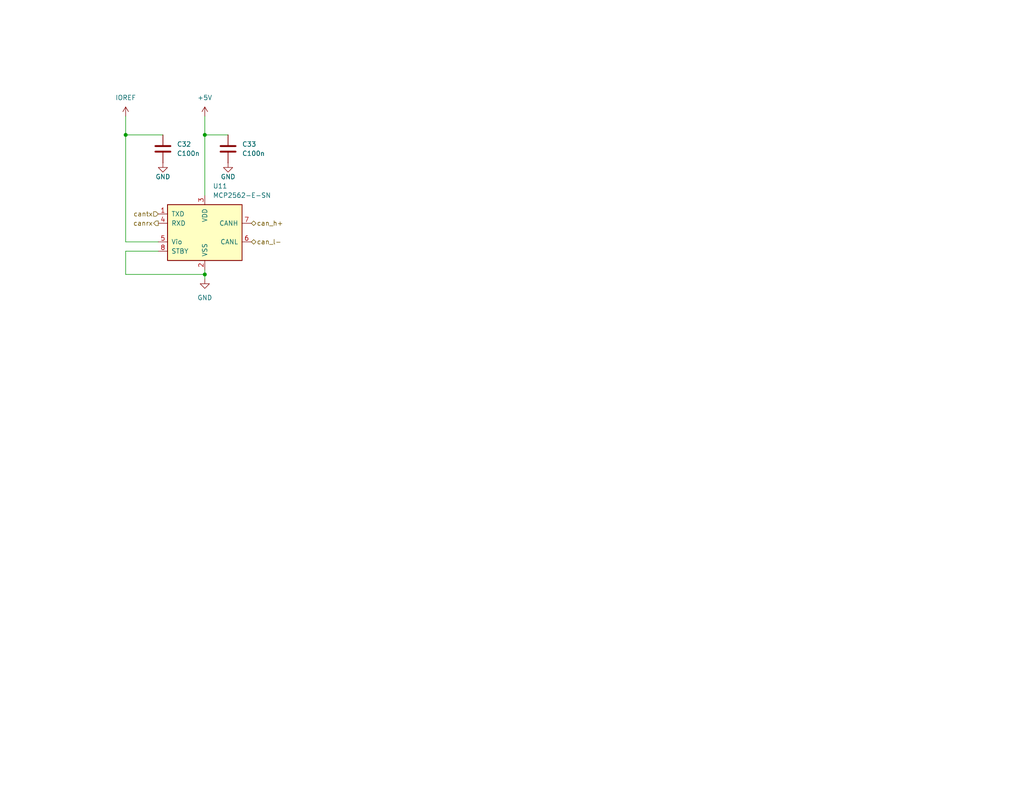
<source format=kicad_sch>
(kicad_sch (version 20231120) (generator "eeschema") (generator_version "8.0")
  (paper "USLetter")
  (title_block (title "Pico LCC Booster") (date "2025-01-28") (rev "1") (company "TMRC & Uncommon Models") (comment 1 "Noah Paladino") (comment 2 "This design is provided without warranty, safety, or performance guarantees"))
  (lib_symbols
    (symbol "Device:C" (pin_numbers hide) (pin_names (offset 0.254))
      (property "Reference" "C" (at 0.635 2.54 0))
      (property "Value" "C" (at 0.635 -2.54 0))
      (symbol "C_0_1"
        (polyline (pts (xy -2.032 -0.762) (xy 2.032 -0.762)) (stroke (width 0.508)))
        (polyline (pts (xy -2.032 0.762) (xy 2.032 0.762)) (stroke (width 0.508)))
      )
      (symbol "C_1_1"
        (pin passive line (at 0 3.81 270) (length 2.794) (name "~") (number "1"))
        (pin passive line (at 0 -3.81 90) (length 2.794) (name "~") (number "2"))
      )
    )
    (symbol "Interface_CAN_LIN:MCP2562-E-SN" (pin_names (offset 1.016))
      (property "Reference" "U" (at -10.16 8.89 0))
      (property "Value" "MCP2562-E-SN" (at 2.54 8.89 0))
      (symbol "MCP2562-E-SN_0_1"
        (rectangle (start -10.16 7.62) (end 10.16 -7.62) (stroke (width 0.254)) (fill (type background)))
      )
      (symbol "MCP2562-E-SN_1_1"
        (pin input line (at -12.7 5.08 0) (length 2.54) (name "TXD") (number "1"))
        (pin power_in line (at 0 -10.16 90) (length 2.54) (name "VSS") (number "2"))
        (pin power_in line (at 0 10.16 270) (length 2.54) (name "VDD") (number "3"))
        (pin output line (at -12.7 2.54 0) (length 2.54) (name "RXD") (number "4"))
        (pin power_in line (at -12.7 -2.54 0) (length 2.54) (name "Vio") (number "5"))
        (pin bidirectional line (at 12.7 -2.54 180) (length 2.54) (name "CANL") (number "6"))
        (pin bidirectional line (at 12.7 2.54 180) (length 2.54) (name "CANH") (number "7"))
        (pin input line (at -12.7 -5.08 0) (length 2.54) (name "STBY") (number "8"))
      )
    )
    (symbol "power:+5V" (power) (pin_numbers hide) (pin_names (offset 0) hide)
      (property "Value" "+5V" (at 0 3.556 0))
      (symbol "+5V_0_1"
        (polyline (pts (xy -0.762 1.27) (xy 0 2.54)))
        (polyline (pts (xy 0 0) (xy 0 2.54)))
        (polyline (pts (xy 0 2.54) (xy 0.762 1.27)))
      )
      (symbol "+5V_1_1"
        (pin power_in line (at 0 0 90) (length 0) (name "~") (number "1"))
      )
    )
    (symbol "power:GND" (power) (pin_numbers hide) (pin_names (offset 0) hide)
      (property "Value" "GND" (at 0 -3.81 0))
      (symbol "GND_0_1"
        (polyline (pts (xy 0 0) (xy 0 -1.27) (xy 1.27 -1.27) (xy 0 -2.54) (xy -1.27 -1.27) (xy 0 -1.27)))
      )
      (symbol "GND_1_1"
        (pin power_in line (at 0 0 270) (length 0) (name "~") (number "1"))
      )
    )
  )
  (junction (at 55.88 36.83))
  (junction (at 55.88 74.93))
  (junction (at 34.29 36.83))
  (wire (pts (xy 34.29 31.75) (xy 34.29 36.83)))
  (wire (pts (xy 55.88 36.83) (xy 62.23 36.83)))
  (wire (pts (xy 55.88 31.75) (xy 55.88 36.83)))
  (wire (pts (xy 55.88 73.66) (xy 55.88 74.93)))
  (wire (pts (xy 34.29 68.58) (xy 43.18 68.58)))
  (wire (pts (xy 55.88 74.93) (xy 55.88 76.2)))
  (wire (pts (xy 55.88 36.83) (xy 55.88 53.34)))
  (wire (pts (xy 34.29 66.04) (xy 43.18 66.04)))
  (wire (pts (xy 34.29 68.58) (xy 34.29 74.93)))
  (wire (pts (xy 34.29 36.83) (xy 44.45 36.83)))
  (wire (pts (xy 55.88 74.93) (xy 34.29 74.93)))
  (wire (pts (xy 34.29 36.83) (xy 34.29 66.04)))
  (hierarchical_label "canrx" (shape output) (at 43.18 60.96 180))
  (hierarchical_label "can_h+" (shape bidirectional) (at 68.58 60.96 0))
  (hierarchical_label "can_l-" (shape bidirectional) (at 68.58 66.04 0))
  (hierarchical_label "cantx" (shape input) (at 43.18 58.42 180))
  (symbol (lib_id "power:GND") (at 55.88 76.2 0) (unit 1)
    (property "Reference" "#PWR039" (effects (hide yes)))
    (property "Value" "GND" (at 55.88 81.28 0))
    (property "Description" "Power symbol creates a global label with name \"GND\" , ground" (effects (hide yes)))
  )
  (symbol (lib_id "power:GND") (at 62.23 44.45 0) (unit 1)
    (property "Reference" "#PWR040" (effects (hide yes)))
    (property "Value" "GND" (at 62.23 48.26 0))
    (property "Description" "Power symbol creates a global label with name \"GND\" , ground" (effects (hide yes)))
  )
  (symbol (lib_id "power:+5V") (at 34.29 31.75 0) (unit 1)
    (property "Reference" "#PWR036" (effects (hide yes)))
    (property "Value" "IOREF" (at 34.29 26.67 0))
    (property "Description" "Power symbol creates a global label with name \"+5V\"" (effects (hide yes)))
  )
  (symbol (lib_id "Interface_CAN_LIN:MCP2562-E-SN") (at 55.88 63.5 0) (unit 1)
    (property "Reference" "U11" (at 58.0741 50.8 0) (effects (justify left)))
    (property "Value" "MCP2562-E-SN" (at 58.0741 53.34 0) (effects (justify left)))
    (property "Footprint" "Package_SO:SOIC-8_3.9x4.9mm_P1.27mm" (effects (hide yes)))
    (property "Datasheet" "http://ww1.microchip.com/downloads/en/DeviceDoc/25167A.pdf" (effects (hide yes)))
    (property "Description" "High-Speed CAN Transceiver, 1Mbps, 5V supply, Vio pin, -40C to +125C, SOIC-8" (effects (hide yes)))
    (property "MANUFACTURER" "Microchip" (effects (hide yes)))
    (property "Manufacturer Part Number" "MCP2562-E-SN" (effects (hide yes)))
  )
  (symbol (lib_id "power:GND") (at 44.45 44.45 0) (unit 1)
    (property "Reference" "#PWR037" (effects (hide yes)))
    (property "Value" "GND" (at 44.45 48.26 0))
    (property "Description" "Power symbol creates a global label with name \"GND\" , ground" (effects (hide yes)))
  )
  (symbol (lib_id "power:+5V") (at 55.88 31.75 0) (unit 1)
    (property "Reference" "#PWR038" (effects (hide yes)))
    (property "Value" "+5V" (at 55.88 26.67 0))
    (property "Description" "Power symbol creates a global label with name \"+5V\"" (effects (hide yes)))
  )
  (symbol (lib_id "Device:C") (at 62.23 40.64 0) (unit 1)
    (property "Reference" "C33" (at 66.04 39.3699 0) (effects (justify left)))
    (property "Value" "C100n" (at 66.04 41.9099 0) (effects (justify left)))
    (property "Footprint" "Capacitor_SMD:C_0805_2012Metric_Pad1.18x1.45mm_HandSolder" (effects (hide yes)))
    (property "Description" "Unpolarized capacitor" (effects (hide yes)))
    (property "MANUFACTURER" "Samsung" (effects (hide yes)))
    (property "Manufacturer Part Number" "CL21B104KACNFNC" (effects (hide yes)))
  )
  (symbol (lib_id "Device:C") (at 44.45 40.64 0) (unit 1)
    (property "Reference" "C32" (at 48.26 39.3699 0) (effects (justify left)))
    (property "Value" "C100n" (at 48.26 41.9099 0) (effects (justify left)))
    (property "Footprint" "Capacitor_SMD:C_0805_2012Metric_Pad1.18x1.45mm_HandSolder" (effects (hide yes)))
    (property "Description" "Unpolarized capacitor" (effects (hide yes)))
    (property "MANUFACTURER" "Samsung" (effects (hide yes)))
    (property "Manufacturer Part Number" "CL21B104KACNFNC" (effects (hide yes)))
  )
)
</source>
